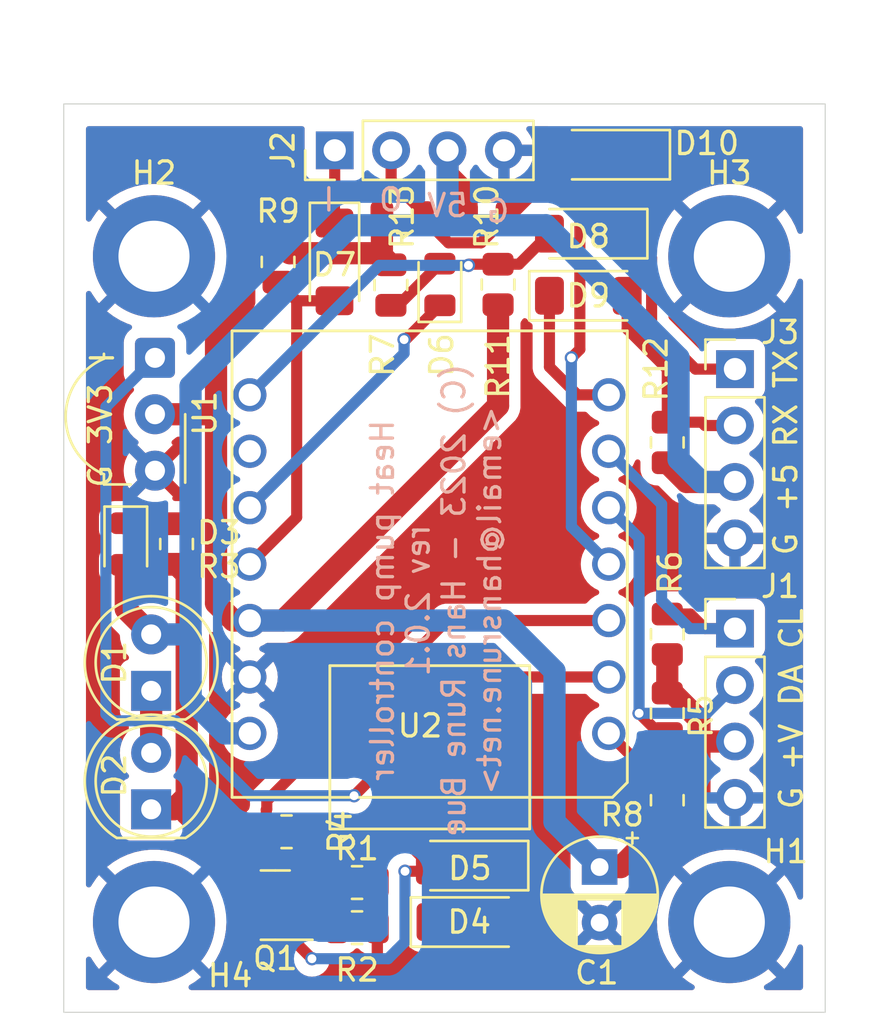
<source format=kicad_pcb>
(kicad_pcb (version 20240108) (generator "pcbnew") (generator_version "8.0")
  (title_block (title "Heath pump IR & serial interface") (date "2023-09-04") (rev "2.0") (company "Hans Rune Bue <email@hansrune.net>"))
  (layers (0 "F.Cu" signal) (31 "B.Cu" signal) (34 "B.Paste" user) (35 "F.Paste" user) (36 "B.SilkS" user "B.Silkscreen") (37 "F.SilkS" user "F.Silkscreen") (38 "B.Mask" user) (39 "F.Mask" user) (44 "Edge.Cuts" user))
  (net 0 "")
  (net 1 "GND")
  (net 2 "+5V")
  (net 3 "+3V3")
  (net 4 "/SDA")
  (net 5 "/SCL")
  (net 6 "/LED3")
  (net 7 "Net-(D4-K)")
  (net 8 "/LED2")
  (net 9 "/LED4")
  (net 10 "Net-(D4-A)")
  (net 11 "/GPIO9")
  (net 12 "Net-(D6-A)")
  (net 13 "/GPIO10")
  (net 14 "/GPIO5")
  (net 15 "/LED1")
  (net 16 "/GPIO4")
  (net 17 "/TX")
  (net 18 "/RX")
  (net 19 "/GPIO3")
  (net 20 "Net-(U2-IO2{slash}A0{slash}D0)")
  (net 21 "Net-(D8-K)")
  (net 23 "Net-(D9-A)")
  (net 24 "Net-(D7-K)")
  (net 25 "Net-(D10-A)")
  (footprint "LED_THT:LED_D5.0mm_Clear" (layer "F.Cu") (at 139.827 128.402 90)
    (property "Reference" "D1" (at 1.27 -1.651 90) (layer "F.SilkS"))
    (property "Value" "IR LED")
    (pad "1" thru_hole rect (at 0 0 90) (size 1.8 1.8) (drill 0.9) (layers "*.Cu" "*.Mask") (net 6 "/LED3"))
    (pad "2" thru_hole circle (at 2.54 0 90) (size 1.8 1.8) (drill 0.9) (layers "*.Cu" "*.Mask") (net 2 "+5V"))
  )
  (footprint "Resistor_SMD:R_0805_2012Metric" (layer "F.Cu") (at 149.098 139.065)
    (property "Reference" "R2" (at 0 1.905 0) (layer "F.SilkS"))
    (property "Value" "27")
    (pad "1" smd roundrect (at -0.9125 0) (size 1.025 1.4) (layers "F.Cu" "F.Paste" "F.Mask") (roundrect_rratio 0.243902439) (net 15 "/LED1"))
    (pad "2" smd roundrect (at 0.9125 0) (size 1.025 1.4) (layers "F.Cu" "F.Paste" "F.Mask") (roundrect_rratio 0.243902439) (net 1 "GND"))
  )
  (footprint "MountingHole:MountingHole_3.2mm_M3_ISO14580_Pad" (layer "F.Cu") (at 139.954 108.839)
    (property "Reference" "H2" (at 0 -3.75 0) (layer "F.SilkS"))
    (property "Value" "MountingHole_Pad")
    (pad "1" thru_hole circle (at 0 0) (size 5.5 5.5) (drill 3.2) (layers "*.Cu" "*.Mask") (net 1 "GND"))
  )
  (footprint "MountingHole:MountingHole_3.2mm_M3_ISO14580_Pad" (layer "F.Cu") (at 165.862 138.811)
    (property "Reference" "H1" (at 2.54 -3.175 0) (layer "F.SilkS"))
    (property "Value" "MountingHole_Pad")
    (pad "1" thru_hole circle (at 0 0) (size 5.5 5.5) (drill 3.2) (layers "*.Cu" "*.Mask") (net 1 "GND"))
  )
  (footprint "Connector_PinHeader_2.54mm:PinHeader_1x04_P2.54mm_Vertical" (layer "F.Cu") (at 148.092 104.07 90)
    (property "Reference" "J2" (at 0 -2.33 90) (layer "F.SilkS"))
    (property "Value" "Conn_01x04_Male")
    (pad "1" thru_hole rect (at 0 0 90) (size 1.7 1.7) (drill 1) (layers "*.Cu" "*.Mask") (net 24 "Net-(D7-K)"))
    (pad "2" thru_hole oval (at 0 2.54 90) (size 1.7 1.7) (drill 1) (layers "*.Cu" "*.Mask") (net 25 "Net-(D10-A)"))
    (pad "3" thru_hole oval (at 0 5.08 90) (size 1.7 1.7) (drill 1) (layers "*.Cu" "*.Mask") (net 2 "+5V"))
    (pad "4" thru_hole oval (at 0 7.62 90) (size 1.7 1.7) (drill 1) (layers "*.Cu" "*.Mask") (net 1 "GND"))
  )
  (footprint "LED_SMD:LED_0805_2012Metric" (layer "F.Cu") (at 152.8286 110.1099 90)
    (property "Reference" "D6" (at -3.1741 0.0794 90) (layer "F.SilkS"))
    (property "Value" "~")
    (pad "1" smd roundrect (at -0.9375 0 90) (size 0.975 1.4) (layers "F.Cu" "F.Paste" "F.Mask") (net 11 "/GPIO9"))
    (pad "2" smd roundrect (at 0.9375 0 90) (size 0.975 1.4) (layers "F.Cu" "F.Paste" "F.Mask") (net 12 "Net-(D6-A)"))
  )
  (footprint "LOCAL1:XIAO_ESP32C3_THT" (layer "F.Cu") (at 161.2683 112.1977 180)
    (property "Reference" "U2" (at 9.3345 -17.78 180) (layer "F.SilkS"))
    (property "Value" "SeedStudio XIAO ESP32 C3 v1")
    (pad "1" thru_hole circle (at 0.835 -18.12 180) (size 1.5 1.5) (drill 1) (layers "*.Cu" "*.Mask") (net 20 "Net-(U2-IO2{slash}A0{slash}D0)"))
    (pad "2" thru_hole circle (at 0.835 -15.58 180) (size 1.5 1.5) (drill 1) (layers "*.Cu" "*.Mask") (net 19 "/GPIO3"))
    (pad "3" thru_hole circle (at 0.835 -13.04 180) (size 1.5 1.5) (drill 1) (layers "*.Cu" "*.Mask") (net 16 "/GPIO4"))
    (pad "4" thru_hole circle (at 0.835 -10.5 180) (size 1.5 1.5) (drill 1) (layers "*.Cu" "*.Mask") (net 14 "/GPIO5"))
    (pad "5" thru_hole circle (at 0.835 -7.96 180) (size 1.5 1.5) (drill 1) (layers "*.Cu" "*.Mask") (net 4 "/SDA"))
    (pad "6" thru_hole circle (at 0.835 -5.42 180) (size 1.5 1.5) (drill 1) (layers "*.Cu" "*.Mask") (net 5 "/SCL"))
    (pad "7" thru_hole circle (at 0.835 -2.88 180) (size 1.5 1.5) (drill 1) (layers "*.Cu" "*.Mask") (net 17 "/TX"))
    (pad "8" thru_hole circle (at 17 -2.88 180) (size 1.5 1.5) (drill 1) (layers "*.Cu" "*.Mask") (net 18 "/RX"))
    (pad "9" thru_hole circle (at 17 -5.42 180) (size 1.5 1.5) (drill 1) (layers "*.Cu" "*.Mask"))
    (pad "10" thru_hole circle (at 17 -7.96 180) (size 1.5 1.5) (drill 1) (layers "*.Cu" "*.Mask") (net 11 "/GPIO9"))
    (pad "11" thru_hole circle (at 17 -10.5 180) (size 1.5 1.5) (drill 1) (layers "*.Cu" "*.Mask") (net 13 "/GPIO10"))
    (pad "12" thru_hole circle (at 17 -13.04 180) (size 1.5 1.5) (drill 1) (layers "*.Cu" "*.Mask") (net 3 "+3V3"))
    (pad "13" thru_hole circle (at 17 -15.58 180) (size 1.5 1.5) (drill 1) (layers "*.Cu" "*.Mask") (net 1 "GND"))
    (pad "14" thru_hole circle (at 17 -18.12 180) (size 1.5 1.5) (drill 1) (layers "*.Cu" "*.Mask") (net 2 "+5V"))
  )
  (footprint "Resistor_SMD:R_0805_2012Metric" (layer "F.Cu") (at 151.13 107.061)
    (property "Reference" "R13" (at 0 0 90) (layer "F.SilkS"))
    (property "Value" "4k7")
    (pad "1" smd roundrect (at -0.9125 0) (size 1.025 1.4) (layers "F.Cu" "F.Paste" "F.Mask") (roundrect_rratio 0.243902439) (net 3 "+3V3"))
    (pad "2" smd roundrect (at 0.9125 0) (size 1.025 1.4) (layers "F.Cu" "F.Paste" "F.Mask") (roundrect_rratio 0.243902439) (net 25 "Net-(D10-A)"))
  )
  (footprint "LED_THT:LED_D5.0mm_Clear" (layer "F.Cu") (at 139.827 133.736 90)
    (property "Reference" "D2" (at 1.524 -1.651 90) (layer "F.SilkS"))
    (property "Value" "IR LED")
    (pad "1" thru_hole rect (at 0 0 90) (size 1.8 1.8) (drill 0.9) (layers "*.Cu" "*.Mask") (net 8 "/LED2"))
    (pad "2" thru_hole circle (at 2.54 0 90) (size 1.8 1.8) (drill 0.9) (layers "*.Cu" "*.Mask") (net 6 "/LED3"))
  )
  (footprint "Diode_SMD:D_MiniMELF" (layer "F.Cu") (at 154.15 136.271 180)
    (property "Reference" "D4" (at 0 -2.54 180) (layer "F.SilkS"))
    (property "Value" "1N4148")
    (pad "1" smd roundrect (at -1.75 0 180) (size 1.3 1.7) (layers "F.Cu" "F.Paste" "F.Mask") (roundrect_rratio 0.1923076923) (net 7 "Net-(D4-K)"))
    (pad "2" smd roundrect (at 1.75 0 180) (size 1.3 1.7) (layers "F.Cu" "F.Paste" "F.Mask") (roundrect_rratio 0.1923076923) (net 10 "Net-(D4-A)"))
  )
  (footprint "Resistor_SMD:R_0805_2012Metric" (layer "F.Cu") (at 145.923 134.747)
    (property "Reference" "R4" (at 2.413 0 90) (layer "F.SilkS"))
    (property "Value" "1.2k")
    (pad "1" smd roundrect (at -0.9125 0) (size 1.025 1.4) (layers "F.Cu" "F.Paste" "F.Mask") (roundrect_rratio 0.243902439) (net 16 "/GPIO4"))
    (pad "2" smd roundrect (at 0.9125 0) (size 1.025 1.4) (layers "F.Cu" "F.Paste" "F.Mask") (roundrect_rratio 0.243902439) (net 10 "Net-(D4-A)"))
  )
  (footprint "Resistor_SMD:R_0805_2012Metric" (layer "F.Cu") (at 163.068 125.857 90)
    (property "Reference" "R6" (at 2.794 0.127 90) (layer "F.SilkS"))
    (property "Value" "10k")
    (pad "1" smd roundrect (at -0.9125 0 90) (size 1.025 1.4) (layers "F.Cu" "F.Paste" "F.Mask") (roundrect_rratio 0.243902439) (net 3 "+3V3"))
    (pad "2" smd roundrect (at 0.9125 0 90) (size 1.025 1.4) (layers "F.Cu" "F.Paste" "F.Mask") (roundrect_rratio 0.243902439) (net 5 "/SCL"))
  )
  (footprint "Connector_PinHeader_2.54mm:PinHeader_1x04_P2.54mm_Vertical" (layer "F.Cu") (at 166.116 125.603)
    (property "Reference" "J1" (at 2.032 -1.905 0) (layer "F.SilkS"))
    (property "Value" "Conn_01x04_Male")
    (pad "1" thru_hole rect (at 0 0) (size 1.7 1.7) (drill 1) (layers "*.Cu" "*.Mask") (net 5 "/SCL"))
    (pad "2" thru_hole oval (at 0 2.54) (size 1.7 1.7) (drill 1) (layers "*.Cu" "*.Mask") (net 4 "/SDA"))
    (pad "3" thru_hole oval (at 0 5.08) (size 1.7 1.7) (drill 1) (layers "*.Cu" "*.Mask") (net 3 "+3V3"))
    (pad "4" thru_hole oval (at 0 7.62) (size 1.7 1.7) (drill 1) (layers "*.Cu" "*.Mask") (net 1 "GND"))
  )
  (footprint "Diode_SMD:D_MiniMELF" (layer "F.Cu") (at 154.178 138.811)
    (property "Reference" "D5" (at 0 -2.413 0) (layer "F.SilkS"))
    (property "Value" "1N4148")
    (pad "1" smd roundrect (at -1.75 0) (size 1.3 1.7) (layers "F.Cu" "F.Paste" "F.Mask") (roundrect_rratio 0.1923076923) (net 1 "GND"))
    (pad "2" smd roundrect (at 1.75 0) (size 1.3 1.7) (layers "F.Cu" "F.Paste" "F.Mask") (roundrect_rratio 0.1923076923) (net 7 "Net-(D4-K)"))
  )
  (footprint "LED_SMD:LED_0805_2012Metric" (layer "F.Cu") (at 138.684 121.793 -90)
    (property "Reference" "D3" (at -0.508 -4.191 0) (layer "F.SilkS"))
    (property "Value" "~")
    (pad "1" smd roundrect (at -0.9375 0 270) (size 0.975 1.4) (layers "F.Cu" "F.Paste" "F.Mask") (net 9 "/LED4"))
    (pad "2" smd roundrect (at 0.9375 0 270) (size 0.975 1.4) (layers "F.Cu" "F.Paste" "F.Mask") (net 2 "+5V"))
  )
  (footprint "Diode_SMD:D_MiniMELF" (layer "F.Cu") (at 160.528 104.267 180)
    (property "Reference" "D10" (at -4.318 0.508 180) (layer "F.SilkS"))
    (property "Value" "1N4148")
    (pad "1" smd roundrect (at -1.75 0 180) (size 1.3 1.7) (layers "F.Cu" "F.Paste" "F.Mask") (roundrect_rratio 0.1923076923) (net 14 "/GPIO5"))
    (pad "2" smd roundrect (at 1.75 0 180) (size 1.3 1.7) (layers "F.Cu" "F.Paste" "F.Mask") (roundrect_rratio 0.1923076923) (net 25 "Net-(D10-A)"))
  )
  (footprint "Capacitor_THT:CP_Radial_D5.0mm_P2.50mm" (layer "F.Cu") (at 160.02 136.3359 -90)
    (property "Reference" "C1" (at 4.7611 0.127 0) (layer "F.SilkS"))
    (property "Value" "10uF")
    (pad "1" thru_hole rect (at 0 0 270) (size 1.6 1.6) (drill 0.8) (layers "*.Cu" "*.Mask") (net 3 "+3V3"))
    (pad "2" thru_hole circle (at 2.5 0 270) (size 1.6 1.6) (drill 0.8) (layers "*.Cu" "*.Mask") (net 1 "GND"))
  )
  (footprint "Resistor_SMD:R_0805_2012Metric" (layer "F.Cu") (at 155.448 110.109 90)
    (property "Reference" "R11" (at -3.683 0 90) (layer "F.SilkS"))
    (property "Value" "4k7")
    (pad "1" smd roundrect (at -0.9125 0 90) (size 1.025 1.4) (layers "F.Cu" "F.Paste" "F.Mask") (roundrect_rratio 0.243902439) (net 3 "+3V3"))
    (pad "2" smd roundrect (at 0.9125 0 90) (size 1.025 1.4) (layers "F.Cu" "F.Paste" "F.Mask") (roundrect_rratio 0.243902439) (net 18 "/RX"))
  )
  (footprint "OptoDevice:Vishay_MOLD-3Pin" (layer "F.Cu") (at 139.999 113.411 -90)
    (property "Reference" "U1" (at 2.5 -2.25 90) (layer "F.SilkS"))
    (property "Value" "TSOP23xx")
    (pad "1" thru_hole roundrect (at 0 0 270) (size 1.8 1.8) (drill 0.9) (layers "*.Cu" "*.Mask") (roundrect_rratio 0.138) (net 19 "/GPIO3"))
    (pad "2" thru_hole circle (at 2.54 0 270) (size 1.8 1.8) (drill 0.9) (layers "*.Cu" "*.Mask") (net 3 "+3V3"))
    (pad "3" thru_hole circle (at 5.08 0 270) (size 1.8 1.8) (drill 0.9) (layers "*.Cu" "*.Mask") (net 1 "GND"))
  )
  (footprint "Resistor_SMD:R_0805_2012Metric" (layer "F.Cu") (at 150.622 110.1349 -90)
    (property "Reference" "R7" (at 3.1491 0.381 -90) (layer "F.SilkS"))
    (property "Value" "430")
    (pad "1" smd roundrect (at -0.9125 0 270) (size 1.025 1.4) (layers "F.Cu" "F.Paste" "F.Mask") (roundrect_rratio 0.243902439) (net 3 "+3V3"))
    (pad "2" smd roundrect (at 0.9125 0 270) (size 1.025 1.4) (layers "F.Cu" "F.Paste" "F.Mask") (roundrect_rratio 0.243902439) (net 12 "Net-(D6-A)"))
  )
  (footprint "MountingHole:MountingHole_3.2mm_M3_ISO14580_Pad" (layer "F.Cu") (at 139.954 138.811)
    (property "Reference" "H4" (at 3.429 2.413 0) (layer "F.SilkS"))
    (property "Value" "MountingHole_Pad")
    (pad "1" thru_hole circle (at 0 0) (size 5.5 5.5) (drill 3.2) (layers "*.Cu" "*.Mask") (net 1 "GND"))
  )
  (footprint "Diode_SMD:D_MiniMELF" (layer "F.Cu") (at 159.512 110.617)
    (property "Reference" "D9" (at 0 0 0) (layer "F.SilkS"))
    (property "Value" "1N4148")
    (pad "1" smd roundrect (at -1.75 0) (size 1.3 1.7) (layers "F.Cu" "F.Paste" "F.Mask") (roundrect_rratio 0.1923076923) (net 17 "/TX"))
    (pad "2" smd roundrect (at 1.75 0) (size 1.3 1.7) (layers "F.Cu" "F.Paste" "F.Mask") (roundrect_rratio 0.1923076923) (net 23 "Net-(D9-A)"))
  )
  (footprint "Resistor_SMD:R_0805_2012Metric" (layer "F.Cu") (at 145.542 109.093 -90)
    (property "Reference" "R9" (at -2.286 0 0) (layer "F.SilkS"))
    (property "Value" "4k7")
    (pad "1" smd roundrect (at -0.9125 0 270) (size 1.025 1.4) (layers "F.Cu" "F.Paste" "F.Mask") (roundrect_rratio 0.243902439) (net 3 "+3V3"))
    (pad "2" smd roundrect (at 0.9125 0 270) (size 1.025 1.4) (layers "F.Cu" "F.Paste" "F.Mask") (roundrect_rratio 0.243902439) (net 13 "/GPIO10"))
  )
  (footprint "Diode_SMD:D_MiniMELF" (layer "F.Cu") (at 159.512 107.823 180)
    (property "Reference" "D8" (at 0 -0.127 180) (layer "F.SilkS"))
    (property "Value" "1N4148")
    (pad "1" smd roundrect (at -1.75 0 180) (size 1.3 1.7) (layers "F.Cu" "F.Paste" "F.Mask") (roundrect_rratio 0.1923076923) (net 21 "Net-(D8-K)"))
    (pad "2" smd roundrect (at 1.75 0 180) (size 1.3 1.7) (layers "F.Cu" "F.Paste" "F.Mask") (roundrect_rratio 0.1923076923) (net 18 "/RX"))
  )
  (footprint "Connector_PinHeader_2.54mm:PinHeader_1x04_P2.54mm_Vertical" (layer "F.Cu") (at 166.116 113.919)
    (property "Reference" "J3" (at 2.032 -1.651 0) (layer "F.SilkS"))
    (property "Value" "Conn_01x04_Male")
    (pad "1" thru_hole rect (at 0 0) (size 1.7 1.7) (drill 1) (layers "*.Cu" "*.Mask") (net 21 "Net-(D8-K)"))
    (pad "2" thru_hole oval (at 0 2.54) (size 1.7 1.7) (drill 1) (layers "*.Cu" "*.Mask") (net 23 "Net-(D9-A)"))
    (pad "3" thru_hole oval (at 0 5.08) (size 1.7 1.7) (drill 1) (layers "*.Cu" "*.Mask") (net 2 "+5V"))
    (pad "4" thru_hole oval (at 0 7.62) (size 1.7 1.7) (drill 1) (layers "*.Cu" "*.Mask") (net 1 "GND"))
  )
  (footprint "Resistor_SMD:R_0805_2012Metric" (layer "F.Cu") (at 149.098 137.033)
    (property "Reference" "R1" (at 0 -1.524 0) (layer "F.SilkS"))
    (property "Value" "27")
    (pad "1" smd roundrect (at -0.9125 0) (size 1.025 1.4) (layers "F.Cu" "F.Paste" "F.Mask") (roundrect_rratio 0.243902439) (net 15 "/LED1"))
    (pad "2" smd roundrect (at 0.9125 0) (size 1.025 1.4) (layers "F.Cu" "F.Paste" "F.Mask") (roundrect_rratio 0.243902439) (net 1 "GND"))
  )
  (footprint "Package_TO_SOT_SMD:SOT-23" (layer "F.Cu") (at 145.415 138.049 180)
    (property "Reference" "Q1" (at 0 -2.4 180) (layer "F.SilkS"))
    (property "Value" "2N2222A")
    (pad "1" smd roundrect (at -0.9375 -0.95 180) (size 1.475 0.6) (layers "F.Cu" "F.Paste" "F.Mask") (net 10 "Net-(D4-A)"))
    (pad "2" smd roundrect (at -0.9375 0.95 180) (size 1.475 0.6) (layers "F.Cu" "F.Paste" "F.Mask") (net 15 "/LED1"))
    (pad "3" smd roundrect (at 0.9375 0 180) (size 1.475 0.6) (layers "F.Cu" "F.Paste" "F.Mask") (net 8 "/LED2"))
  )
  (footprint "MountingHole:MountingHole_3.2mm_M3_ISO14580_Pad" (layer "F.Cu") (at 165.862 108.839)
    (property "Reference" "H3" (at 0 -3.75 0) (layer "F.SilkS"))
    (property "Value" "MountingHole_Pad")
    (pad "1" thru_hole circle (at 0 0) (size 5.5 5.5) (drill 3.2) (layers "*.Cu" "*.Mask") (net 1 "GND"))
  )
  (footprint "Resistor_SMD:R_0805_2012Metric" (layer "F.Cu") (at 163.068 133.3265 90)
    (property "Reference" "R8" (at -0.6585 -2.032 180) (layer "F.SilkS"))
    (property "Value" "4k7")
    (pad "1" smd roundrect (at -0.9125 0 90) (size 1.025 1.4) (layers "F.Cu" "F.Paste" "F.Mask") (roundrect_rratio 0.243902439) (net 3 "+3V3"))
    (pad "2" smd roundrect (at 0.9125 0 90) (size 1.025 1.4) (layers "F.Cu" "F.Paste" "F.Mask") (roundrect_rratio 0.243902439) (net 20 "Net-(U2-IO2{slash}A0{slash}D0)"))
  )
  (footprint "Resistor_SMD:R_0805_2012Metric" (layer "F.Cu") (at 154.94 107.061)
    (property "Reference" "R10" (at 0 0 90) (layer "F.SilkS"))
    (property "Value" "4k7")
    (pad "1" smd roundrect (at -0.9125 0) (size 1.025 1.4) (layers "F.Cu" "F.Paste" "F.Mask") (roundrect_rratio 0.243902439) (net 2 "+5V"))
    (pad "2" smd roundrect (at 0.9125 0) (size 1.025 1.4) (layers "F.Cu" "F.Paste" "F.Mask") (roundrect_rratio 0.243902439) (net 25 "Net-(D10-A)"))
  )
  (footprint "Resistor_SMD:R_0805_2012Metric" (layer "F.Cu") (at 163.068 129.413 -90)
    (property "Reference" "R5" (at 0.127 -1.524 -90) (layer "F.SilkS"))
    (property "Value" "10k")
    (pad "1" smd roundrect (at -0.9125 0 270) (size 1.025 1.4) (layers "F.Cu" "F.Paste" "F.Mask") (roundrect_rratio 0.243902439) (net 3 "+3V3"))
    (pad "2" smd roundrect (at 0.9125 0 270) (size 1.025 1.4) (layers "F.Cu" "F.Paste" "F.Mask") (roundrect_rratio 0.243902439) (net 4 "/SDA"))
  )
  (footprint "Resistor_SMD:R_0805_2012Metric" (layer "F.Cu") (at 163.068 117.221 90)
    (property "Reference" "R12" (at 3.302 -0.508 90) (layer "F.SilkS"))
    (property "Value" "4k7")
    (pad "1" smd roundrect (at -0.9125 0 90) (size 1.025 1.4) (layers "F.Cu" "F.Paste" "F.Mask") (roundrect_rratio 0.243902439) (net 2 "+5V"))
    (pad "2" smd roundrect (at 0.9125 0 90) (size 1.025 1.4) (layers "F.Cu" "F.Paste" "F.Mask") (roundrect_rratio 0.243902439) (net 23 "Net-(D9-A)"))
  )
  (footprint "Resistor_SMD:R_0805_2012Metric" (layer "F.Cu") (at 140.97 121.793 90)
    (property "Reference" "R3" (at -1.016 1.905 180) (layer "F.SilkS"))
    (property "Value" "470")
    (pad "1" smd roundrect (at -0.9125 0 90) (size 1.025 1.4) (layers "F.Cu" "F.Paste" "F.Mask") (roundrect_rratio 0.243902439) (net 8 "/LED2"))
    (pad "2" smd roundrect (at 0.9125 0 90) (size 1.025 1.4) (layers "F.Cu" "F.Paste" "F.Mask") (roundrect_rratio 0.243902439) (net 9 "/LED4"))
  )
  (footprint "Diode_SMD:D_MiniMELF" (layer "F.Cu") (at 148.082 109.093 -90)
    (property "Reference" "D7" (at 0.127 0 0) (layer "F.SilkS"))
    (property "Value" "1N4148")
    (pad "1" smd roundrect (at -1.75 0 270) (size 1.3 1.7) (layers "F.Cu" "F.Paste" "F.Mask") (roundrect_rratio 0.1923076923) (net 24 "Net-(D7-K)"))
    (pad "2" smd roundrect (at 1.75 0 270) (size 1.3 1.7) (layers "F.Cu" "F.Paste" "F.Mask") (roundrect_rratio 0.1923076923) (net 13 "/GPIO10"))
  )
  (gr_rect (start 135.89 101.981) (end 170.18 142.875) (stroke (width 0.05)) (fill none) (layer "Edge.Cuts"))
  (gr_text "I" (at 147.828 106.299 0) (layer "B.SilkS") (effects (font (size 1 1)) (justify mirror)))
  (gr_text "O" (at 150.622 106.299 0) (layer "B.SilkS") (effects (font (size 1 1)) (justify mirror)))
  (gr_text "5V\n" (at 153.162 106.553 0) (layer "B.SilkS") (effects (font (size 1 1)) (justify mirror)))
  (gr_text "G" (at 155.448 106.807 0) (layer "B.SilkS") (effects (font (size 1 1)) (justify mirror)))
  (gr_text "Heat pump controller\nrev 2.0.1\n(C) 2023 - Hans Rune Bue\n<email@hansrune.net>" (at 152.65395 124.333 90) (layer "B.SilkS") (effects (font (size 1 1)) (justify mirror)))
  (gr_text "G" (at 168.402 121.793 -270) (layer "F.SilkS") (effects (font (size 1 1))))
  (gr_text "I" (at 137.541 113.411 -90) (layer "F.SilkS") (effects (font (size 1 1))))
  (gr_text "CL" (at 168.656 125.603 90) (layer "F.SilkS") (effects (font (size 1 1))))
  (gr_text "DA" (at 168.65595 128.143 90) (layer "F.SilkS") (effects (font (size 1 1))))
  (gr_text "RX" (at 168.402 116.459 -270) (layer "F.SilkS") (effects (font (size 1 1))))
  (gr_text "G" (at 137.541 118.745 90) (layer "F.SilkS") (effects (font (size 1 1))))
  (gr_text "3V3" (at 137.541 115.951 90) (layer "F.SilkS") (effects (font (size 1 1))))
  (gr_text "+5" (at 168.402 119.253 90) (layer "F.SilkS") (effects (font (size 1 1))))
  (gr_text "G" (at 168.65595 133.22305 90) (layer "F.SilkS") (effects (font (size 1 1))))
  (gr_text "TX" (at 168.402 113.919 -270) (layer "F.SilkS") (effects (font (size 1 1))))
  (gr_text "+V" (at 168.656 130.937 90) (layer "F.SilkS") (effects (font (size 1 1))))
  (segment (start 163.9335 118.999) (end 163.068 118.1335) (width 1) (layer "F.Cu") (net 2))
  (segment (start 153.172 104.07) (end 153.172 105.166) (width 1) (layer "F.Cu") (net 2))
  (segment (start 154.0275 106.0215) (end 154.0275 107.061) (width 1) (layer "F.Cu") (net 2))
  (segment (start 153.172 105.166) (end 154.0275 106.0215) (width 1) (layer "F.Cu") (net 2))
  (segment (start 166.116 118.999) (end 163.9335 118.999) (width 1) (layer "F.Cu") (net 2))
  (segment (start 138.684 124.719) (end 138.684 122.7305) (width 1) (layer "F.Cu") (net 2))
  (segment (start 139.827 125.862) (end 138.684 124.719) (width 1) (layer "F.Cu") (net 2))
  (segment (start 153.172 104.07) (end 153.172 107.432) (width 1) (layer "B.Cu") (net 2))
  (segment (start 139.827 125.862) (end 141.5951 125.862) (width 1) (layer "B.Cu") (net 2))
  (segment (start 141.6001 128.7731) (end 143.1447 130.3177) (width 1) (layer "B.Cu") (net 2))
  (segment (start 143.1447 130.3177) (end 144.2683 130.3177) (width 1) (layer "B.Cu") (net 2))
  (segment (start 141.6001 128.7731) (end 141.6001 125.867) (width 1) (layer "B.Cu") (net 2))
  (segment (start 141.5951 125.862) (end 141.6001 125.857) (width 1) (layer "B.Cu") (net 2))
  (segment (start 153.162 107.442) (end 157.607 107.442) (width 1) (layer "B.Cu") (net 2))
  (segment (start 141.6001 125.857) (end 141.6001 128.7731) (width 1) (layer "B.Cu") (net 2))
  (segment (start 148.844 107.442) (end 153.162 107.442) (width 1) (layer "B.Cu") (net 2))
  (segment (start 153.172 107.432) (end 153.162 107.442) (width 1) (layer "B.Cu") (net 2))
  (segment (start 163.576 113.411) (end 163.576 117.983) (width 1) (layer "B.Cu") (net 2))
  (segment (start 163.576 117.983) (end 164.592 118.999) (width 1) (layer "B.Cu") (net 2))
  (segment (start 157.607 107.442) (end 163.576 113.411) (width 1) (layer "B.Cu") (net 2))
  (segment (start 141.6001 114.6859) (end 148.844 107.442) (width 1) (layer "B.Cu") (net 2))
  (segment (start 141.6001 125.857) (end 141.6001 114.6859) (width 1) (layer "B.Cu") (net 2))
  (segment (start 164.592 118.999) (end 166.116 118.999) (width 1) (layer "B.Cu") (net 2))
  (segment (start 141.6001 125.867) (end 141.5951 125.862) (width 1) (layer "B.Cu") (net 2))
  (segment (start 143.5257 125.2377) (end 144.2683 125.2377) (width 1) (layer "F.Cu") (net 3))
  (segment (start 144.018 109.093) (end 144.018 110.871) (width 1) (layer "F.Cu") (net 3))
  (segment (start 150.2175 108.8179) (end 150.2175 108.7014) (width 1) (layer "F.Cu") (net 3))
  (segment (start 142.748 124.46) (end 143.5257 125.2377) (width 1) (layer "F.Cu") (net 3))
  (segment (start 155.448 111.0215) (end 155.448 115.57) (width 1) (layer "F.Cu") (net 3))
  (segment (start 150.622 109.2224) (end 150.2175 108.8179) (width 1) (layer "F.Cu") (net 3))
  (segment (start 145.542 108.1805) (end 146.0629 108.7014) (width 1) (layer "F.Cu") (net 3))
  (segment (start 164.516 133.0613) (end 164.516 130.683) (width 1) (layer "F.Cu") (net 3))
  (segment (start 164.516 130.683) (end 164.516 129.705) (width 1) (layer "F.Cu") (net 3))
  (segment (start 163.068 128.5005) (end 163.068 126.7695) (width 1) (layer "F.Cu") (net 3))
  (segment (start 142.748 112.141) (end 142.748 115.951) (width 1) (layer "F.Cu") (net 3))
  (segment (start 150.2175 108.7014) (end 150.2175 107.061) (width 1) (layer "F.Cu") (net 3))
  (segment (start 163.068 134.239) (end 163.3383 134.239) (width 1) (layer "F.Cu") (net 3))
  (segment (start 160.9711 136.3359) (end 163.068 134.239) (width 1) (layer "F.Cu") (net 3))
  (segment (start 163.3383 134.239) (end 164.516 133.0613) (width 1) (layer "F.Cu") (net 3))
  (segment (start 146.0629 108.7014) (end 150.2175 108.7014) (width 1) (layer "F.Cu") (net 3))
  (segment (start 142.748 115.951) (end 142.748 124.46) (width 1) (layer "F.Cu") (net 3))
  (segment (start 144.018 110.871) (end 142.748 112.141) (width 1) (layer "F.Cu") (net 3))
  (segment (start 145.7803 125.2377) (end 144.2683 125.2377) (width 1) (layer "F.Cu") (net 3))
  (segment (start 139.999 115.951) (end 142.748 115.951) (width 1) (layer "F.Cu") (net 3))
  (segment (start 164.516 129.705) (end 163.3115 128.5005) (width 1) (layer "F.Cu") (net 3))
  (segment (start 163.3115 128.5005) (end 163.068 128.5005) (width 1) (layer "F.Cu") (net 3))
  (segment (start 166.116 130.683) (end 164.516 130.683) (width 1) (layer "F.Cu") (net 3))
  (segment (start 144.9305 108.1805) (end 144.018 109.093) (width 1) (layer "F.Cu") (net 3))
  (segment (start 155.448 115.57) (end 145.7803 125.2377) (width 1) (layer "F.Cu") (net 3))
  (segment (start 145.542 108.1805) (end 144.9305 108.1805) (width 1) (layer "F.Cu") (net 3))
  (segment (start 160.02 136.3359) (end 160.9711 136.3359) (width 1) (layer "F.Cu") (net 3))
  (segment (start 144.2683 125.2377) (end 155.7177 125.2377) (width 1) (layer "B.Cu") (net 3))
  (segment (start 157.988 134.3039) (end 160.02 136.3359) (width 1) (layer "B.Cu") (net 3))
  (segment (start 155.7177 125.2377) (end 157.988 127.508) (width 1) (layer "B.Cu") (net 3))
  (segment (start 157.988 127.508) (end 157.988 134.3039) (width 1) (layer "B.Cu") (net 3))
  (segment (start 163.068 130.3255) (end 162.7105 130.3255) (width 0.5) (layer "F.Cu") (net 4))
  (segment (start 162.7105 130.3255) (end 161.798 129.413) (width 0.5) (layer "F.Cu") (net 4))
  (via (at 161.798 129.413) (size 0.6) (drill 0.4) (layers "F.Cu" "B.Cu") (net 4))
  (segment (start 161.798 123.571) (end 161.798 129.413) (width 0.5) (layer "B.Cu") (net 4))
  (segment (start 160.4333 120.1577) (end 161.798 121.5224) (width 0.5) (layer "B.Cu") (net 4))
  (segment (start 164.846 129.413) (end 166.116 128.143) (width 0.5) (layer "B.Cu") (net 4))
  (segment (start 161.798 121.5224) (end 161.798 123.571) (width 0.5) (layer "B.Cu") (net 4))
  (segment (start 161.798 129.413) (end 164.846 129.413) (width 0.5) (layer "B.Cu") (net 4))
  (segment (start 164.1075 124.9445) (end 164.766 125.603) (width 0.5) (layer "F.Cu") (net 5))
  (segment (start 166.116 125.603) (end 164.766 125.603) (width 0.5) (layer "F.Cu") (net 5))
  (segment (start 163.068 124.9445) (end 164.1075 124.9445) (width 0.5) (layer "F.Cu") (net 5))
  (segment (start 162.814 119.9984) (end 162.814 124.333) (width 0.5) (layer "B.Cu") (net 5))
  (segment (start 164.084 125.603) (end 166.116 125.603) (width 0.5) (layer "B.Cu") (net 5))
  (segment (start 162.814 124.333) (end 164.084 125.603) (width 0.5) (layer "B.Cu") (net 5))
  (segment (start 160.4333 117.6177) (end 162.814 119.9984) (width 0.5) (layer "B.Cu") (net 5))
  (segment (start 139.827 128.402) (end 139.827 131.196) (width 1) (layer "F.Cu") (net 6))
  (segment (start 155.928 138.811) (end 155.9 138.783) (width 0.5) (layer "F.Cu") (net 7))
  (segment (start 155.9 138.783) (end 155.9 136.271) (width 0.5) (layer "F.Cu") (net 7))
  (segment (start 141.427 123.1625) (end 141.427 133.147) (width 1) (layer "F.Cu") (net 8))
  (segment (start 144.4775 138.049) (end 144.4775 136.9845) (width 1) (layer "F.Cu") (net 8))
  (segment (start 140.838 133.736) (end 139.827 133.736) (width 1) (layer "F.Cu") (net 8))
  (segment (start 144.4775 136.9845) (end 141.427 133.934) (width 1) (layer "F.Cu") (net 8))
  (segment (start 141.427 133.934) (end 141.427 133.147) (width 1) (layer "F.Cu") (net 8))
  (segment (start 140.97 122.7055) (end 141.427 123.1625) (width 1) (layer "F.Cu") (net 8))
  (segment (start 141.427 133.147) (end 140.838 133.736) (width 1) (layer "F.Cu") (net 8))
  (segment (start 138.709 120.8805) (end 138.684 120.8555) (width 1) (layer "F.Cu") (net 9))
  (segment (start 140.97 120.8805) (end 138.709 120.8805) (width 1) (layer "F.Cu") (net 9))
  (segment (start 151.257 136.525) (end 152.146 136.525) (width 0.5) (layer "F.Cu") (net 10))
  (segment (start 146.3525 138.999) (end 146.3525 139.7485) (width 0.5) (layer "F.Cu") (net 10))
  (segment (start 152.146 136.525) (end 152.4 136.271) (width 0.5) (layer "F.Cu") (net 10))
  (segment (start 146.3525 139.7485) (end 147.066 140.462) (width 0.5) (layer "F.Cu") (net 10))
  (segment (start 150.876 134.747) (end 152.4 136.271) (width 0.5) (layer "F.Cu") (net 10))
  (segment (start 146.8355 134.747) (end 150.876 134.747) (width 0.5) (layer "F.Cu") (net 10))
  (via (at 147.066 140.462) (size 0.6) (drill 0.4) (layers "F.Cu" "B.Cu") (net 10))
  (via (at 151.257 136.525) (size 0.6) (drill 0.4) (layers "F.Cu" "B.Cu") (net 10))
  (segment (start 150.876 140.081) (end 151.257 139.7) (width 0.5) (layer "B.Cu") (net 10))
  (segment (start 150.495 140.462) (end 150.876 140.081) (width 0.5) (layer "B.Cu") (net 10))
  (segment (start 151.257 139.7) (end 151.257 136.525) (width 0.5) (layer "B.Cu") (net 10))
  (segment (start 147.066 140.462) (end 150.495 140.462) (width 0.5) (layer "B.Cu") (net 10))
  (segment (start 151.216 112.5914) (end 151.2846 112.5914) (width 0.5) (layer "F.Cu") (net 11))
  (segment (start 151.2846 112.5914) (end 152.8286 111.0474) (width 0.5) (layer "F.Cu") (net 11))
  (via (at 151.216 112.5914) (size 0.6) (drill 0.4) (layers "F.Cu" "B.Cu") (net 11))
  (segment (start 151.216 113.21) (end 151.216 112.5914) (width 0.5) (layer "B.Cu") (net 11))
  (segment (start 144.2683 120.1577) (end 151.216 113.21) (width 0.5) (layer "B.Cu") (net 11))
  (segment (start 150.9536 111.0474) (end 150.622 111.0474) (width 0.5) (layer "F.Cu") (net 12))
  (segment (start 152.8286 109.1724) (end 150.9536 111.0474) (width 0.5) (layer "F.Cu") (net 12))
  (segment (start 148.082 110.843) (end 146.3795 110.843) (width 0.5) (layer "F.Cu") (net 13))
  (segment (start 146.3795 120.5865) (end 144.2683 122.6977) (width 0.5) (layer "F.Cu") (net 13))
  (segment (start 146.3795 110.843) (end 146.3795 120.5865) (width 0.5) (layer "F.Cu") (net 13))
  (segment (start 146.3795 110.843) (end 145.542 110.0055) (width 0.5) (layer "F.Cu") (net 13))
  (segment (start 161.417 104.267) (end 162.278 104.267) (width 0.5) (layer "F.Cu") (net 14))
  (segment (start 159.131 106.553) (end 161.417 104.267) (width 0.5) (layer "F.Cu") (net 14))
  (segment (start 158.75 113.411) (end 159.131 113.03) (width 0.5) (layer "F.Cu") (net 14))
  (segment (start 159.131 113.03) (end 159.131 106.553) (width 0.5) (layer "F.Cu") (net 14))
  (via (at 158.75 113.411) (size 0.6) (drill 0.4) (layers "F.Cu" "B.Cu") (net 14))
  (segment (start 160.4333 122.6977) (end 158.75 121.0144) (width 0.5) (layer "B.Cu") (net 14))
  (segment (start 158.75 121.0144) (end 158.75 113.411) (width 0.5) (layer "B.Cu") (net 14))
  (segment (start 148.1855 139.065) (end 148.1855 137.033) (width 1) (layer "F.Cu") (net 15))
  (segment (start 146.4185 137.033) (end 146.3525 137.099) (width 1) (layer "F.Cu") (net 15))
  (segment (start 148.1855 137.033) (end 146.4185 137.033) (width 1) (layer "F.Cu") (net 15))
  (segment (start 145.034 133.731) (end 145.0105 133.7545) (width 0.5) (layer "F.Cu") (net 16))
  (segment (start 145.034 133.35) (end 145.034 133.731) (width 0.5) (layer "F.Cu") (net 16))
  (segment (start 153.1463 125.2377) (end 145.034 133.35) (width 0.5) (layer "F.Cu") (net 16))
  (segment (start 145.0105 133.7545) (end 145.0105 134.747) (width 0.5) (layer "F.Cu") (net 16))
  (segment (start 160.4333 125.2377) (end 153.1463 125.2377) (width 0.5) (layer "F.Cu") (net 16))
  (segment (start 159.0197 115.0777) (end 160.4333 115.0777) (width 0.5) (layer "F.Cu") (net 17))
  (segment (start 157.762 113.82) (end 159.0197 115.0777) (width 0.5) (layer "F.Cu") (net 17))
  (segment (start 157.762 110.617) (end 157.762 113.82) (width 0.5) (layer "F.Cu") (net 17))
  (segment (start 154.1661 109.1965) (end 154.1145 109.2481) (width 0.5) (layer "F.Cu") (net 18))
  (segment (start 156.3885 109.1965) (end 157.762 107.823) (width 0.5) (layer "F.Cu") (net 18))
  (segment (start 155.448 109.1965) (end 154.1661 109.1965) (width 0.5) (layer "F.Cu") (net 18))
  (segment (start 155.448 109.1965) (end 156.3885 109.1965) (width 0.5) (layer "F.Cu") (net 18))
  (via (at 154.1145 109.2481) (size 0.6) (drill 0.4) (layers "F.Cu" "B.Cu") (net 18))
  (segment (start 144.2683 115.0777) (end 150.0979 109.2481) (width 0.5) (layer "B.Cu") (net 18))
  (segment (start 150.0979 109.2481) (end 154.1145 109.2481) (width 0.5) (layer "B.Cu") (net 18))
  (segment (start 160.4333 127.7777) (end 154.3113 127.7777) (width 0.5) (layer "F.Cu") (net 19))
  (segment (start 154.3113 127.7777) (end 148.9643 133.1247) (width 0.5) (layer "F.Cu") (net 19))
  (via (at 148.9643 133.1247) (size 0.6) (drill 0.4) (layers "F.Cu" "B.Cu") (net 19))
  (segment (start 144.3007 133.1247) (end 148.9643 133.1247) (width 0.5) (layer "B.Cu") (net 19))
  (segment (start 137.7867 115.6233) (end 137.7867 129.4444) (width 0.5) (layer "B.Cu") (net 19))
  (segment (start 138.0943 129.752) (end 140.928 129.752) (width 0.5) (layer "B.Cu") (net 19))
  (segment (start 140.928 129.752) (end 144.3007 133.1247) (width 0.5) (layer "B.Cu") (net 19))
  (segment (start 137.7867 129.4444) (end 138.0943 129.752) (width 0.5) (layer "B.Cu") (net 19))
  (segment (start 139.999 113.411) (end 137.7867 115.6233) (width 0.5) (layer "B.Cu") (net 19))
  (segment (start 160.4333 130.3177) (end 162.5296 132.414) (width 0.5) (layer "F.Cu") (net 20))
  (segment (start 162.5296 132.414) (end 163.068 132.414) (width 0.5) (layer "F.Cu") (net 20))
  (segment (start 161.262 107.823) (end 162.362 108.923) (width 0.5) (layer "F.Cu") (net 21))
  (segment (start 162.362 111.943) (end 164.338 113.919) (width 0.5) (layer "F.Cu") (net 21))
  (segment (start 164.338 113.919) (end 166.116 113.919) (width 0.5) (layer "F.Cu") (net 21))
  (segment (start 162.362 108.923) (end 162.362 111.943) (width 0.5) (layer "F.Cu") (net 21))
  (segment (start 166.116 116.459) (end 164.766 116.459) (width 0.5) (layer "F.Cu") (net 23))
  (segment (start 161.262 112.113) (end 163.068 113.919) (width 0.5) (layer "F.Cu") (net 23))
  (segment (start 163.068 113.919) (end 163.068 116.3085) (width 0.5) (layer "F.Cu") (net 23))
  (segment (start 161.262 110.617) (end 161.262 112.113) (width 0.5) (layer "F.Cu") (net 23))
  (segment (start 164.6155 116.3085) (end 164.766 116.459) (width 0.5) (layer "F.Cu") (net 23))
  (segment (start 163.068 116.3085) (end 164.6155 116.3085) (width 0.5) (layer "F.Cu") (net 23))
  (segment (start 148.092 104.07) (end 148.092 105.42) (width 0.5) (layer "F.Cu") (net 24))
  (segment (start 148.082 107.343) (end 148.082 105.43) (width 0.5) (layer "F.Cu") (net 24))
  (segment (start 148.082 105.43) (end 148.092 105.42) (width 0.5) (layer "F.Cu") (net 24))
  (segment (start 155.984 107.061) (end 155.8525 107.061) (width 0.5) (layer "F.Cu") (net 25))
  (segment (start 155.8525 107.061) (end 154.6797 108.2338) (width 0.5) (layer "F.Cu") (net 25))
  (segment (start 150.632 105.42) (end 152.0425 106.8305) (width 0.5) (layer "F.Cu") (net 25))
  (segment (start 153.2153 108.2338) (end 152.0425 107.061) (width 0.5) (layer "F.Cu") (net 25))
  (segment (start 152.0425 106.8305) (end 152.0425 107.061) (width 0.5) (layer "F.Cu") (net 25))
  (segment (start 150.632 104.07) (end 150.632 105.42) (width 0.5) (layer "F.Cu") (net 25))
  (segment (start 158.778 104.267) (end 155.984 107.061) (width 0.5) (layer "F.Cu") (net 25))
  (segment (start 154.6797 108.2338) (end 153.2153 108.2338) (width 0.5) (layer "F.Cu") (net 25))
  (zone (net 1) (net_name "GND") (layers "F&B.Cu") (connect_pads (clearance 0.508)) (min_thickness 0.254) (fill yes (thermal_gap 0.508) (thermal_bridge_width 0.508))
    (polygon (pts (xy 170.053 142.875) (xy 135.89 142.875) (xy 135.89 101.981) (xy 170.18 101.981)))
  )
)
</source>
